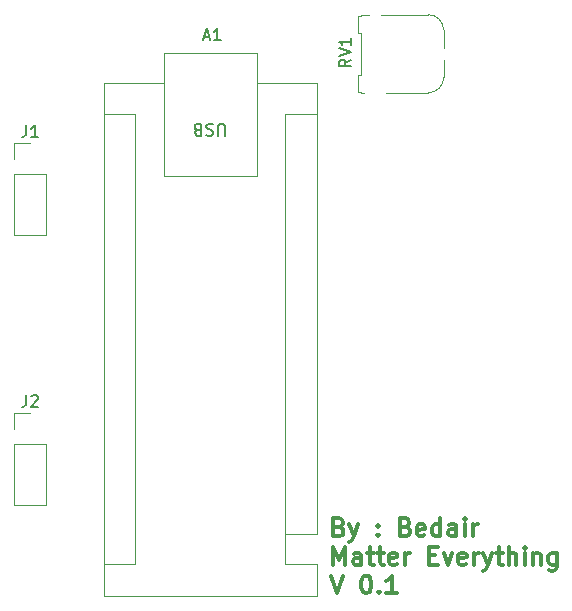
<source format=gto>
G04 #@! TF.GenerationSoftware,KiCad,Pcbnew,7.0.5*
G04 #@! TF.CreationDate,2024-09-21T21:16:43+03:00*
G04 #@! TF.ProjectId,MatterEverything_Board,4d617474-6572-4457-9665-72797468696e,rev?*
G04 #@! TF.SameCoordinates,Original*
G04 #@! TF.FileFunction,Legend,Top*
G04 #@! TF.FilePolarity,Positive*
%FSLAX46Y46*%
G04 Gerber Fmt 4.6, Leading zero omitted, Abs format (unit mm)*
G04 Created by KiCad (PCBNEW 7.0.5) date 2024-09-21 21:16:43*
%MOMM*%
%LPD*%
G01*
G04 APERTURE LIST*
%ADD10C,0.300000*%
%ADD11C,0.150000*%
%ADD12C,0.120000*%
%ADD13C,2.200000*%
%ADD14C,3.000000*%
%ADD15R,2.600000X1.800000*%
%ADD16O,2.600000X1.800000*%
%ADD17R,1.700000X1.700000*%
%ADD18O,1.700000X1.700000*%
%ADD19C,1.560000*%
%ADD20R,1.560000X1.560000*%
%ADD21O,1.600000X1.600000*%
%ADD22R,1.600000X1.600000*%
G04 APERTURE END LIST*
D10*
X183654510Y-126385114D02*
X183868796Y-126456542D01*
X183868796Y-126456542D02*
X183940225Y-126527971D01*
X183940225Y-126527971D02*
X184011653Y-126670828D01*
X184011653Y-126670828D02*
X184011653Y-126885114D01*
X184011653Y-126885114D02*
X183940225Y-127027971D01*
X183940225Y-127027971D02*
X183868796Y-127099400D01*
X183868796Y-127099400D02*
X183725939Y-127170828D01*
X183725939Y-127170828D02*
X183154510Y-127170828D01*
X183154510Y-127170828D02*
X183154510Y-125670828D01*
X183154510Y-125670828D02*
X183654510Y-125670828D01*
X183654510Y-125670828D02*
X183797368Y-125742257D01*
X183797368Y-125742257D02*
X183868796Y-125813685D01*
X183868796Y-125813685D02*
X183940225Y-125956542D01*
X183940225Y-125956542D02*
X183940225Y-126099400D01*
X183940225Y-126099400D02*
X183868796Y-126242257D01*
X183868796Y-126242257D02*
X183797368Y-126313685D01*
X183797368Y-126313685D02*
X183654510Y-126385114D01*
X183654510Y-126385114D02*
X183154510Y-126385114D01*
X184511653Y-126170828D02*
X184868796Y-127170828D01*
X185225939Y-126170828D02*
X184868796Y-127170828D01*
X184868796Y-127170828D02*
X184725939Y-127527971D01*
X184725939Y-127527971D02*
X184654510Y-127599400D01*
X184654510Y-127599400D02*
X184511653Y-127670828D01*
X186940224Y-127027971D02*
X187011653Y-127099400D01*
X187011653Y-127099400D02*
X186940224Y-127170828D01*
X186940224Y-127170828D02*
X186868796Y-127099400D01*
X186868796Y-127099400D02*
X186940224Y-127027971D01*
X186940224Y-127027971D02*
X186940224Y-127170828D01*
X186940224Y-126242257D02*
X187011653Y-126313685D01*
X187011653Y-126313685D02*
X186940224Y-126385114D01*
X186940224Y-126385114D02*
X186868796Y-126313685D01*
X186868796Y-126313685D02*
X186940224Y-126242257D01*
X186940224Y-126242257D02*
X186940224Y-126385114D01*
X189297367Y-126385114D02*
X189511653Y-126456542D01*
X189511653Y-126456542D02*
X189583082Y-126527971D01*
X189583082Y-126527971D02*
X189654510Y-126670828D01*
X189654510Y-126670828D02*
X189654510Y-126885114D01*
X189654510Y-126885114D02*
X189583082Y-127027971D01*
X189583082Y-127027971D02*
X189511653Y-127099400D01*
X189511653Y-127099400D02*
X189368796Y-127170828D01*
X189368796Y-127170828D02*
X188797367Y-127170828D01*
X188797367Y-127170828D02*
X188797367Y-125670828D01*
X188797367Y-125670828D02*
X189297367Y-125670828D01*
X189297367Y-125670828D02*
X189440225Y-125742257D01*
X189440225Y-125742257D02*
X189511653Y-125813685D01*
X189511653Y-125813685D02*
X189583082Y-125956542D01*
X189583082Y-125956542D02*
X189583082Y-126099400D01*
X189583082Y-126099400D02*
X189511653Y-126242257D01*
X189511653Y-126242257D02*
X189440225Y-126313685D01*
X189440225Y-126313685D02*
X189297367Y-126385114D01*
X189297367Y-126385114D02*
X188797367Y-126385114D01*
X190868796Y-127099400D02*
X190725939Y-127170828D01*
X190725939Y-127170828D02*
X190440225Y-127170828D01*
X190440225Y-127170828D02*
X190297367Y-127099400D01*
X190297367Y-127099400D02*
X190225939Y-126956542D01*
X190225939Y-126956542D02*
X190225939Y-126385114D01*
X190225939Y-126385114D02*
X190297367Y-126242257D01*
X190297367Y-126242257D02*
X190440225Y-126170828D01*
X190440225Y-126170828D02*
X190725939Y-126170828D01*
X190725939Y-126170828D02*
X190868796Y-126242257D01*
X190868796Y-126242257D02*
X190940225Y-126385114D01*
X190940225Y-126385114D02*
X190940225Y-126527971D01*
X190940225Y-126527971D02*
X190225939Y-126670828D01*
X192225939Y-127170828D02*
X192225939Y-125670828D01*
X192225939Y-127099400D02*
X192083081Y-127170828D01*
X192083081Y-127170828D02*
X191797367Y-127170828D01*
X191797367Y-127170828D02*
X191654510Y-127099400D01*
X191654510Y-127099400D02*
X191583081Y-127027971D01*
X191583081Y-127027971D02*
X191511653Y-126885114D01*
X191511653Y-126885114D02*
X191511653Y-126456542D01*
X191511653Y-126456542D02*
X191583081Y-126313685D01*
X191583081Y-126313685D02*
X191654510Y-126242257D01*
X191654510Y-126242257D02*
X191797367Y-126170828D01*
X191797367Y-126170828D02*
X192083081Y-126170828D01*
X192083081Y-126170828D02*
X192225939Y-126242257D01*
X193583082Y-127170828D02*
X193583082Y-126385114D01*
X193583082Y-126385114D02*
X193511653Y-126242257D01*
X193511653Y-126242257D02*
X193368796Y-126170828D01*
X193368796Y-126170828D02*
X193083082Y-126170828D01*
X193083082Y-126170828D02*
X192940224Y-126242257D01*
X193583082Y-127099400D02*
X193440224Y-127170828D01*
X193440224Y-127170828D02*
X193083082Y-127170828D01*
X193083082Y-127170828D02*
X192940224Y-127099400D01*
X192940224Y-127099400D02*
X192868796Y-126956542D01*
X192868796Y-126956542D02*
X192868796Y-126813685D01*
X192868796Y-126813685D02*
X192940224Y-126670828D01*
X192940224Y-126670828D02*
X193083082Y-126599400D01*
X193083082Y-126599400D02*
X193440224Y-126599400D01*
X193440224Y-126599400D02*
X193583082Y-126527971D01*
X194297367Y-127170828D02*
X194297367Y-126170828D01*
X194297367Y-125670828D02*
X194225939Y-125742257D01*
X194225939Y-125742257D02*
X194297367Y-125813685D01*
X194297367Y-125813685D02*
X194368796Y-125742257D01*
X194368796Y-125742257D02*
X194297367Y-125670828D01*
X194297367Y-125670828D02*
X194297367Y-125813685D01*
X195011653Y-127170828D02*
X195011653Y-126170828D01*
X195011653Y-126456542D02*
X195083082Y-126313685D01*
X195083082Y-126313685D02*
X195154511Y-126242257D01*
X195154511Y-126242257D02*
X195297368Y-126170828D01*
X195297368Y-126170828D02*
X195440225Y-126170828D01*
X183154510Y-129585828D02*
X183154510Y-128085828D01*
X183154510Y-128085828D02*
X183654510Y-129157257D01*
X183654510Y-129157257D02*
X184154510Y-128085828D01*
X184154510Y-128085828D02*
X184154510Y-129585828D01*
X185511654Y-129585828D02*
X185511654Y-128800114D01*
X185511654Y-128800114D02*
X185440225Y-128657257D01*
X185440225Y-128657257D02*
X185297368Y-128585828D01*
X185297368Y-128585828D02*
X185011654Y-128585828D01*
X185011654Y-128585828D02*
X184868796Y-128657257D01*
X185511654Y-129514400D02*
X185368796Y-129585828D01*
X185368796Y-129585828D02*
X185011654Y-129585828D01*
X185011654Y-129585828D02*
X184868796Y-129514400D01*
X184868796Y-129514400D02*
X184797368Y-129371542D01*
X184797368Y-129371542D02*
X184797368Y-129228685D01*
X184797368Y-129228685D02*
X184868796Y-129085828D01*
X184868796Y-129085828D02*
X185011654Y-129014400D01*
X185011654Y-129014400D02*
X185368796Y-129014400D01*
X185368796Y-129014400D02*
X185511654Y-128942971D01*
X186011654Y-128585828D02*
X186583082Y-128585828D01*
X186225939Y-128085828D02*
X186225939Y-129371542D01*
X186225939Y-129371542D02*
X186297368Y-129514400D01*
X186297368Y-129514400D02*
X186440225Y-129585828D01*
X186440225Y-129585828D02*
X186583082Y-129585828D01*
X186868797Y-128585828D02*
X187440225Y-128585828D01*
X187083082Y-128085828D02*
X187083082Y-129371542D01*
X187083082Y-129371542D02*
X187154511Y-129514400D01*
X187154511Y-129514400D02*
X187297368Y-129585828D01*
X187297368Y-129585828D02*
X187440225Y-129585828D01*
X188511654Y-129514400D02*
X188368797Y-129585828D01*
X188368797Y-129585828D02*
X188083083Y-129585828D01*
X188083083Y-129585828D02*
X187940225Y-129514400D01*
X187940225Y-129514400D02*
X187868797Y-129371542D01*
X187868797Y-129371542D02*
X187868797Y-128800114D01*
X187868797Y-128800114D02*
X187940225Y-128657257D01*
X187940225Y-128657257D02*
X188083083Y-128585828D01*
X188083083Y-128585828D02*
X188368797Y-128585828D01*
X188368797Y-128585828D02*
X188511654Y-128657257D01*
X188511654Y-128657257D02*
X188583083Y-128800114D01*
X188583083Y-128800114D02*
X188583083Y-128942971D01*
X188583083Y-128942971D02*
X187868797Y-129085828D01*
X189225939Y-129585828D02*
X189225939Y-128585828D01*
X189225939Y-128871542D02*
X189297368Y-128728685D01*
X189297368Y-128728685D02*
X189368797Y-128657257D01*
X189368797Y-128657257D02*
X189511654Y-128585828D01*
X189511654Y-128585828D02*
X189654511Y-128585828D01*
X191297367Y-128800114D02*
X191797367Y-128800114D01*
X192011653Y-129585828D02*
X191297367Y-129585828D01*
X191297367Y-129585828D02*
X191297367Y-128085828D01*
X191297367Y-128085828D02*
X192011653Y-128085828D01*
X192511653Y-128585828D02*
X192868796Y-129585828D01*
X192868796Y-129585828D02*
X193225939Y-128585828D01*
X194368796Y-129514400D02*
X194225939Y-129585828D01*
X194225939Y-129585828D02*
X193940225Y-129585828D01*
X193940225Y-129585828D02*
X193797367Y-129514400D01*
X193797367Y-129514400D02*
X193725939Y-129371542D01*
X193725939Y-129371542D02*
X193725939Y-128800114D01*
X193725939Y-128800114D02*
X193797367Y-128657257D01*
X193797367Y-128657257D02*
X193940225Y-128585828D01*
X193940225Y-128585828D02*
X194225939Y-128585828D01*
X194225939Y-128585828D02*
X194368796Y-128657257D01*
X194368796Y-128657257D02*
X194440225Y-128800114D01*
X194440225Y-128800114D02*
X194440225Y-128942971D01*
X194440225Y-128942971D02*
X193725939Y-129085828D01*
X195083081Y-129585828D02*
X195083081Y-128585828D01*
X195083081Y-128871542D02*
X195154510Y-128728685D01*
X195154510Y-128728685D02*
X195225939Y-128657257D01*
X195225939Y-128657257D02*
X195368796Y-128585828D01*
X195368796Y-128585828D02*
X195511653Y-128585828D01*
X195868795Y-128585828D02*
X196225938Y-129585828D01*
X196583081Y-128585828D02*
X196225938Y-129585828D01*
X196225938Y-129585828D02*
X196083081Y-129942971D01*
X196083081Y-129942971D02*
X196011652Y-130014400D01*
X196011652Y-130014400D02*
X195868795Y-130085828D01*
X196940224Y-128585828D02*
X197511652Y-128585828D01*
X197154509Y-128085828D02*
X197154509Y-129371542D01*
X197154509Y-129371542D02*
X197225938Y-129514400D01*
X197225938Y-129514400D02*
X197368795Y-129585828D01*
X197368795Y-129585828D02*
X197511652Y-129585828D01*
X198011652Y-129585828D02*
X198011652Y-128085828D01*
X198654510Y-129585828D02*
X198654510Y-128800114D01*
X198654510Y-128800114D02*
X198583081Y-128657257D01*
X198583081Y-128657257D02*
X198440224Y-128585828D01*
X198440224Y-128585828D02*
X198225938Y-128585828D01*
X198225938Y-128585828D02*
X198083081Y-128657257D01*
X198083081Y-128657257D02*
X198011652Y-128728685D01*
X199368795Y-129585828D02*
X199368795Y-128585828D01*
X199368795Y-128085828D02*
X199297367Y-128157257D01*
X199297367Y-128157257D02*
X199368795Y-128228685D01*
X199368795Y-128228685D02*
X199440224Y-128157257D01*
X199440224Y-128157257D02*
X199368795Y-128085828D01*
X199368795Y-128085828D02*
X199368795Y-128228685D01*
X200083081Y-128585828D02*
X200083081Y-129585828D01*
X200083081Y-128728685D02*
X200154510Y-128657257D01*
X200154510Y-128657257D02*
X200297367Y-128585828D01*
X200297367Y-128585828D02*
X200511653Y-128585828D01*
X200511653Y-128585828D02*
X200654510Y-128657257D01*
X200654510Y-128657257D02*
X200725939Y-128800114D01*
X200725939Y-128800114D02*
X200725939Y-129585828D01*
X202083082Y-128585828D02*
X202083082Y-129800114D01*
X202083082Y-129800114D02*
X202011653Y-129942971D01*
X202011653Y-129942971D02*
X201940224Y-130014400D01*
X201940224Y-130014400D02*
X201797367Y-130085828D01*
X201797367Y-130085828D02*
X201583082Y-130085828D01*
X201583082Y-130085828D02*
X201440224Y-130014400D01*
X202083082Y-129514400D02*
X201940224Y-129585828D01*
X201940224Y-129585828D02*
X201654510Y-129585828D01*
X201654510Y-129585828D02*
X201511653Y-129514400D01*
X201511653Y-129514400D02*
X201440224Y-129442971D01*
X201440224Y-129442971D02*
X201368796Y-129300114D01*
X201368796Y-129300114D02*
X201368796Y-128871542D01*
X201368796Y-128871542D02*
X201440224Y-128728685D01*
X201440224Y-128728685D02*
X201511653Y-128657257D01*
X201511653Y-128657257D02*
X201654510Y-128585828D01*
X201654510Y-128585828D02*
X201940224Y-128585828D01*
X201940224Y-128585828D02*
X202083082Y-128657257D01*
X182940225Y-130500828D02*
X183440225Y-132000828D01*
X183440225Y-132000828D02*
X183940225Y-130500828D01*
X185868796Y-130500828D02*
X186011653Y-130500828D01*
X186011653Y-130500828D02*
X186154510Y-130572257D01*
X186154510Y-130572257D02*
X186225939Y-130643685D01*
X186225939Y-130643685D02*
X186297367Y-130786542D01*
X186297367Y-130786542D02*
X186368796Y-131072257D01*
X186368796Y-131072257D02*
X186368796Y-131429400D01*
X186368796Y-131429400D02*
X186297367Y-131715114D01*
X186297367Y-131715114D02*
X186225939Y-131857971D01*
X186225939Y-131857971D02*
X186154510Y-131929400D01*
X186154510Y-131929400D02*
X186011653Y-132000828D01*
X186011653Y-132000828D02*
X185868796Y-132000828D01*
X185868796Y-132000828D02*
X185725939Y-131929400D01*
X185725939Y-131929400D02*
X185654510Y-131857971D01*
X185654510Y-131857971D02*
X185583081Y-131715114D01*
X185583081Y-131715114D02*
X185511653Y-131429400D01*
X185511653Y-131429400D02*
X185511653Y-131072257D01*
X185511653Y-131072257D02*
X185583081Y-130786542D01*
X185583081Y-130786542D02*
X185654510Y-130643685D01*
X185654510Y-130643685D02*
X185725939Y-130572257D01*
X185725939Y-130572257D02*
X185868796Y-130500828D01*
X187011652Y-131857971D02*
X187083081Y-131929400D01*
X187083081Y-131929400D02*
X187011652Y-132000828D01*
X187011652Y-132000828D02*
X186940224Y-131929400D01*
X186940224Y-131929400D02*
X187011652Y-131857971D01*
X187011652Y-131857971D02*
X187011652Y-132000828D01*
X188511653Y-132000828D02*
X187654510Y-132000828D01*
X188083081Y-132000828D02*
X188083081Y-130500828D01*
X188083081Y-130500828D02*
X187940224Y-130715114D01*
X187940224Y-130715114D02*
X187797367Y-130857971D01*
X187797367Y-130857971D02*
X187654510Y-130929400D01*
D11*
X157146666Y-92374819D02*
X157146666Y-93089104D01*
X157146666Y-93089104D02*
X157099047Y-93231961D01*
X157099047Y-93231961D02*
X157003809Y-93327200D01*
X157003809Y-93327200D02*
X156860952Y-93374819D01*
X156860952Y-93374819D02*
X156765714Y-93374819D01*
X158146666Y-93374819D02*
X157575238Y-93374819D01*
X157860952Y-93374819D02*
X157860952Y-92374819D01*
X157860952Y-92374819D02*
X157765714Y-92517676D01*
X157765714Y-92517676D02*
X157670476Y-92612914D01*
X157670476Y-92612914D02*
X157575238Y-92660533D01*
X184644819Y-86815238D02*
X184168628Y-87148571D01*
X184644819Y-87386666D02*
X183644819Y-87386666D01*
X183644819Y-87386666D02*
X183644819Y-87005714D01*
X183644819Y-87005714D02*
X183692438Y-86910476D01*
X183692438Y-86910476D02*
X183740057Y-86862857D01*
X183740057Y-86862857D02*
X183835295Y-86815238D01*
X183835295Y-86815238D02*
X183978152Y-86815238D01*
X183978152Y-86815238D02*
X184073390Y-86862857D01*
X184073390Y-86862857D02*
X184121009Y-86910476D01*
X184121009Y-86910476D02*
X184168628Y-87005714D01*
X184168628Y-87005714D02*
X184168628Y-87386666D01*
X183644819Y-86529523D02*
X184644819Y-86196190D01*
X184644819Y-86196190D02*
X183644819Y-85862857D01*
X184644819Y-85005714D02*
X184644819Y-85577142D01*
X184644819Y-85291428D02*
X183644819Y-85291428D01*
X183644819Y-85291428D02*
X183787676Y-85386666D01*
X183787676Y-85386666D02*
X183882914Y-85481904D01*
X183882914Y-85481904D02*
X183930533Y-85577142D01*
X157146666Y-115234819D02*
X157146666Y-115949104D01*
X157146666Y-115949104D02*
X157099047Y-116091961D01*
X157099047Y-116091961D02*
X157003809Y-116187200D01*
X157003809Y-116187200D02*
X156860952Y-116234819D01*
X156860952Y-116234819D02*
X156765714Y-116234819D01*
X157575238Y-115330057D02*
X157622857Y-115282438D01*
X157622857Y-115282438D02*
X157718095Y-115234819D01*
X157718095Y-115234819D02*
X157956190Y-115234819D01*
X157956190Y-115234819D02*
X158051428Y-115282438D01*
X158051428Y-115282438D02*
X158099047Y-115330057D01*
X158099047Y-115330057D02*
X158146666Y-115425295D01*
X158146666Y-115425295D02*
X158146666Y-115520533D01*
X158146666Y-115520533D02*
X158099047Y-115663390D01*
X158099047Y-115663390D02*
X157527619Y-116234819D01*
X157527619Y-116234819D02*
X158146666Y-116234819D01*
X172185714Y-84869104D02*
X172661904Y-84869104D01*
X172090476Y-85154819D02*
X172423809Y-84154819D01*
X172423809Y-84154819D02*
X172757142Y-85154819D01*
X173614285Y-85154819D02*
X173042857Y-85154819D01*
X173328571Y-85154819D02*
X173328571Y-84154819D01*
X173328571Y-84154819D02*
X173233333Y-84297676D01*
X173233333Y-84297676D02*
X173138095Y-84392914D01*
X173138095Y-84392914D02*
X173042857Y-84440533D01*
X173981904Y-93255180D02*
X173981904Y-92445657D01*
X173981904Y-92445657D02*
X173934285Y-92350419D01*
X173934285Y-92350419D02*
X173886666Y-92302800D01*
X173886666Y-92302800D02*
X173791428Y-92255180D01*
X173791428Y-92255180D02*
X173600952Y-92255180D01*
X173600952Y-92255180D02*
X173505714Y-92302800D01*
X173505714Y-92302800D02*
X173458095Y-92350419D01*
X173458095Y-92350419D02*
X173410476Y-92445657D01*
X173410476Y-92445657D02*
X173410476Y-93255180D01*
X172981904Y-92302800D02*
X172839047Y-92255180D01*
X172839047Y-92255180D02*
X172600952Y-92255180D01*
X172600952Y-92255180D02*
X172505714Y-92302800D01*
X172505714Y-92302800D02*
X172458095Y-92350419D01*
X172458095Y-92350419D02*
X172410476Y-92445657D01*
X172410476Y-92445657D02*
X172410476Y-92540895D01*
X172410476Y-92540895D02*
X172458095Y-92636133D01*
X172458095Y-92636133D02*
X172505714Y-92683752D01*
X172505714Y-92683752D02*
X172600952Y-92731371D01*
X172600952Y-92731371D02*
X172791428Y-92778990D01*
X172791428Y-92778990D02*
X172886666Y-92826609D01*
X172886666Y-92826609D02*
X172934285Y-92874228D01*
X172934285Y-92874228D02*
X172981904Y-92969466D01*
X172981904Y-92969466D02*
X172981904Y-93064704D01*
X172981904Y-93064704D02*
X172934285Y-93159942D01*
X172934285Y-93159942D02*
X172886666Y-93207561D01*
X172886666Y-93207561D02*
X172791428Y-93255180D01*
X172791428Y-93255180D02*
X172553333Y-93255180D01*
X172553333Y-93255180D02*
X172410476Y-93207561D01*
X171648571Y-92778990D02*
X171505714Y-92731371D01*
X171505714Y-92731371D02*
X171458095Y-92683752D01*
X171458095Y-92683752D02*
X171410476Y-92588514D01*
X171410476Y-92588514D02*
X171410476Y-92445657D01*
X171410476Y-92445657D02*
X171458095Y-92350419D01*
X171458095Y-92350419D02*
X171505714Y-92302800D01*
X171505714Y-92302800D02*
X171600952Y-92255180D01*
X171600952Y-92255180D02*
X171981904Y-92255180D01*
X171981904Y-92255180D02*
X171981904Y-93255180D01*
X171981904Y-93255180D02*
X171648571Y-93255180D01*
X171648571Y-93255180D02*
X171553333Y-93207561D01*
X171553333Y-93207561D02*
X171505714Y-93159942D01*
X171505714Y-93159942D02*
X171458095Y-93064704D01*
X171458095Y-93064704D02*
X171458095Y-92969466D01*
X171458095Y-92969466D02*
X171505714Y-92874228D01*
X171505714Y-92874228D02*
X171553333Y-92826609D01*
X171553333Y-92826609D02*
X171648571Y-92778990D01*
X171648571Y-92778990D02*
X171981904Y-92778990D01*
D12*
X156150000Y-93920000D02*
X157480000Y-93920000D01*
X156150000Y-95250000D02*
X156150000Y-93920000D01*
X156150000Y-96520000D02*
X156150000Y-101660000D01*
X156150000Y-96520000D02*
X158810000Y-96520000D01*
X156150000Y-101660000D02*
X158810000Y-101660000D01*
X158810000Y-96520000D02*
X158810000Y-101660000D01*
X192500000Y-84320000D02*
G75*
G03*
X191190000Y-83010000I-1310000J0D01*
G01*
X191190000Y-89630000D02*
G75*
G03*
X192500000Y-88320000I0J1310000D01*
G01*
X187210000Y-83010000D02*
X191190000Y-83010000D01*
X185480000Y-83010000D02*
X186170000Y-83010000D01*
X185480000Y-83110000D02*
X185480000Y-83010000D01*
X185280000Y-83110000D02*
X185480000Y-83110000D01*
X192500000Y-84320000D02*
X192500000Y-85810000D01*
X185480000Y-84530000D02*
X185280000Y-84530000D01*
X185280000Y-84530000D02*
X185280000Y-83110000D01*
X192500000Y-86830000D02*
X192500000Y-88320000D01*
X185480000Y-88110000D02*
X185480000Y-84530000D01*
X185480000Y-88110000D02*
X185280000Y-88110000D01*
X185480000Y-89530000D02*
X185480000Y-89630000D01*
X185280000Y-89530000D02*
X185280000Y-88110000D01*
X185280000Y-89530000D02*
X185480000Y-89530000D01*
X191190000Y-89630000D02*
X187650000Y-89630000D01*
X185480000Y-89630000D02*
X185730000Y-89630000D01*
X156150000Y-116780000D02*
X157480000Y-116780000D01*
X156150000Y-118110000D02*
X156150000Y-116780000D01*
X156150000Y-119380000D02*
X156150000Y-124520000D01*
X156150000Y-119380000D02*
X158810000Y-119380000D01*
X156150000Y-124520000D02*
X158810000Y-124520000D01*
X158810000Y-119380000D02*
X158810000Y-124520000D01*
X163700000Y-88770000D02*
X163700000Y-132210000D01*
X163700000Y-88770000D02*
X168780000Y-88770000D01*
X163700000Y-132210000D02*
X181740000Y-132210000D01*
X166370000Y-91440000D02*
X163700000Y-91440000D01*
X166370000Y-129540000D02*
X163700000Y-129540000D01*
X166370000Y-129540000D02*
X166370000Y-91440000D01*
X168780000Y-86230000D02*
X176660000Y-86230000D01*
X168780000Y-96650000D02*
X168780000Y-86230000D01*
X176660000Y-86230000D02*
X176660000Y-96650000D01*
X176660000Y-96650000D02*
X168780000Y-96650000D01*
X179070000Y-91440000D02*
X181740000Y-91440000D01*
X179070000Y-127000000D02*
X179070000Y-91440000D01*
X179070000Y-127000000D02*
X179070000Y-129540000D01*
X179070000Y-127000000D02*
X181740000Y-127000000D01*
X179070000Y-129540000D02*
X181740000Y-129540000D01*
X181740000Y-88770000D02*
X176660000Y-88770000D01*
X181740000Y-127000000D02*
X181740000Y-88770000D01*
X181740000Y-132210000D02*
X181740000Y-129540000D01*
%LPC*%
D13*
X157300000Y-129900000D03*
X156900000Y-84800000D03*
D14*
X229120700Y-155859480D03*
X198120000Y-80860900D03*
X229120700Y-80860900D03*
X198120000Y-155860000D03*
D15*
X198120000Y-86360000D03*
D16*
X198120000Y-88900000D03*
X198120000Y-91440000D03*
X198120000Y-93980000D03*
X198120000Y-96520000D03*
X198120000Y-99060000D03*
X198120000Y-101600000D03*
X198120000Y-104140000D03*
X198120000Y-106680000D03*
X198120000Y-109220000D03*
X198120000Y-111760000D03*
X198120000Y-114300000D03*
X198120000Y-116840000D03*
X198120000Y-119380000D03*
X198120000Y-121920000D03*
X198120000Y-124460000D03*
D17*
X157480000Y-95250000D03*
D18*
X157480000Y-97790000D03*
X157480000Y-100330000D03*
D19*
X186690000Y-83820000D03*
X191690000Y-86320000D03*
D20*
X186690000Y-88820000D03*
D17*
X157480000Y-118110000D03*
D18*
X157480000Y-120650000D03*
X157480000Y-123190000D03*
D21*
X165100000Y-128270000D03*
X165100000Y-125730000D03*
X165100000Y-123190000D03*
X165100000Y-120650000D03*
X165100000Y-118110000D03*
X165100000Y-115570000D03*
X165100000Y-113030000D03*
X165100000Y-110490000D03*
X165100000Y-107950000D03*
X165100000Y-105410000D03*
X165100000Y-102870000D03*
X165100000Y-100330000D03*
X165100000Y-97790000D03*
X165100000Y-95250000D03*
X165100000Y-92710000D03*
X180340000Y-92710000D03*
X180340000Y-95250000D03*
X180340000Y-97790000D03*
X180340000Y-100330000D03*
X180340000Y-102870000D03*
X180340000Y-105410000D03*
X180340000Y-107950000D03*
X180340000Y-110490000D03*
X180340000Y-113030000D03*
X180340000Y-115570000D03*
X180340000Y-118110000D03*
X180340000Y-120650000D03*
X180340000Y-123190000D03*
X180340000Y-125730000D03*
D22*
X180340000Y-128270000D03*
%LPD*%
M02*

</source>
